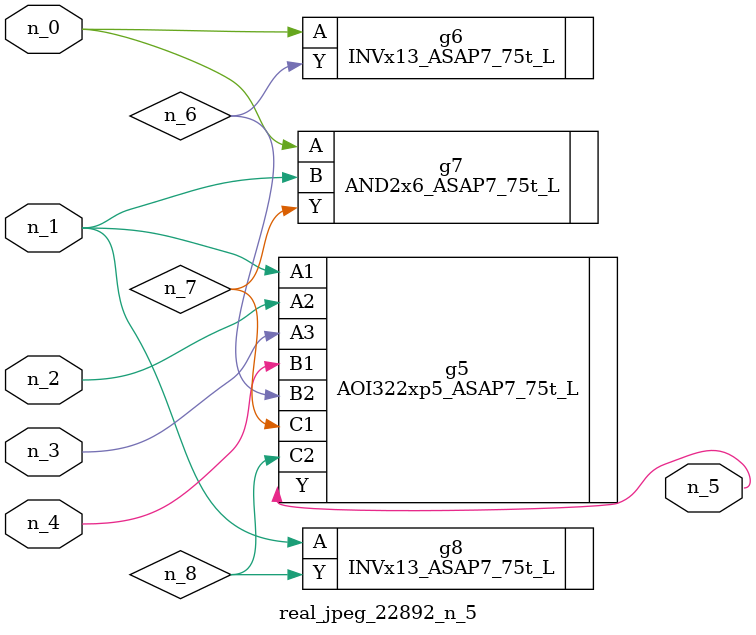
<source format=v>
module real_jpeg_22892_n_5 (n_4, n_0, n_1, n_2, n_3, n_5);

input n_4;
input n_0;
input n_1;
input n_2;
input n_3;

output n_5;

wire n_8;
wire n_6;
wire n_7;

INVx13_ASAP7_75t_L g6 ( 
.A(n_0),
.Y(n_6)
);

AND2x6_ASAP7_75t_L g7 ( 
.A(n_0),
.B(n_1),
.Y(n_7)
);

AOI322xp5_ASAP7_75t_L g5 ( 
.A1(n_1),
.A2(n_2),
.A3(n_3),
.B1(n_4),
.B2(n_6),
.C1(n_7),
.C2(n_8),
.Y(n_5)
);

INVx13_ASAP7_75t_L g8 ( 
.A(n_1),
.Y(n_8)
);


endmodule
</source>
